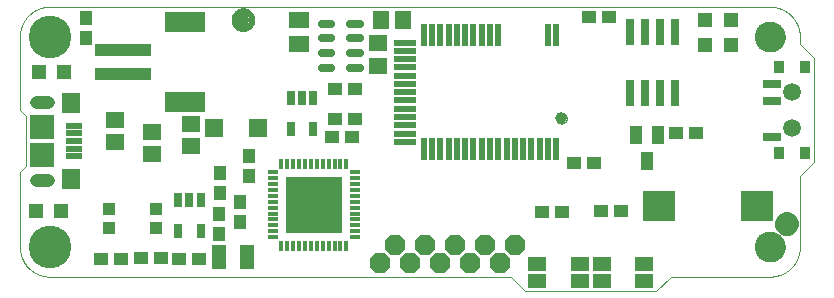
<source format=gts>
G75*
%MOIN*%
%OFA0B0*%
%FSLAX25Y25*%
%IPPOS*%
%LPD*%
%AMOC8*
5,1,8,0,0,1.08239X$1,22.5*
%
%ADD10C,0.00000*%
%ADD11C,0.10243*%
%ADD12R,0.06306X0.05282*%
%ADD13R,0.04337X0.04731*%
%ADD14R,0.05124X0.05124*%
%ADD15R,0.04731X0.04337*%
%ADD16C,0.04337*%
%ADD17C,0.01969*%
%ADD18R,0.04337X0.04337*%
%ADD19C,0.14243*%
%ADD20R,0.02565X0.05124*%
%ADD21R,0.05912X0.05912*%
%ADD22R,0.18510X0.04337*%
%ADD23R,0.13786X0.06699*%
%ADD24R,0.03353X0.01384*%
%ADD25R,0.01384X0.03353*%
%ADD26R,0.18904X0.18904*%
%ADD27R,0.04731X0.07880*%
%ADD28R,0.05282X0.06306*%
%ADD29R,0.02172X0.07683*%
%ADD30R,0.07683X0.02172*%
%ADD31C,0.03943*%
%ADD32C,0.02565*%
%ADD33R,0.06699X0.05518*%
%ADD34R,0.04337X0.05912*%
%ADD35R,0.11069X0.09888*%
%ADD36R,0.02762X0.09061*%
%ADD37R,0.05912X0.04534*%
%ADD38R,0.06306X0.03156*%
%ADD39R,0.03550X0.04337*%
%ADD40C,0.05943*%
%ADD41OC8,0.06700*%
%ADD42R,0.05715X0.01975*%
%ADD43R,0.05912X0.06699*%
%ADD44R,0.07880X0.07880*%
%ADD45C,0.04369*%
D10*
X0031728Y0107122D02*
X0185477Y0107122D01*
X0190201Y0102398D01*
X0233925Y0102398D01*
X0238649Y0107122D01*
X0271728Y0107122D01*
X0266807Y0117122D02*
X0266809Y0117262D01*
X0266815Y0117402D01*
X0266825Y0117541D01*
X0266839Y0117680D01*
X0266857Y0117819D01*
X0266878Y0117957D01*
X0266904Y0118095D01*
X0266934Y0118232D01*
X0266967Y0118367D01*
X0267005Y0118502D01*
X0267046Y0118636D01*
X0267091Y0118769D01*
X0267139Y0118900D01*
X0267192Y0119029D01*
X0267248Y0119158D01*
X0267307Y0119284D01*
X0267371Y0119409D01*
X0267437Y0119532D01*
X0267508Y0119653D01*
X0267581Y0119772D01*
X0267658Y0119889D01*
X0267739Y0120003D01*
X0267822Y0120115D01*
X0267909Y0120225D01*
X0267999Y0120333D01*
X0268091Y0120437D01*
X0268187Y0120539D01*
X0268286Y0120639D01*
X0268387Y0120735D01*
X0268491Y0120829D01*
X0268598Y0120919D01*
X0268707Y0121006D01*
X0268819Y0121091D01*
X0268933Y0121172D01*
X0269049Y0121250D01*
X0269167Y0121324D01*
X0269288Y0121395D01*
X0269410Y0121463D01*
X0269535Y0121527D01*
X0269661Y0121588D01*
X0269788Y0121645D01*
X0269918Y0121698D01*
X0270049Y0121748D01*
X0270181Y0121793D01*
X0270314Y0121836D01*
X0270449Y0121874D01*
X0270584Y0121908D01*
X0270721Y0121939D01*
X0270858Y0121966D01*
X0270996Y0121988D01*
X0271135Y0122007D01*
X0271274Y0122022D01*
X0271413Y0122033D01*
X0271553Y0122040D01*
X0271693Y0122043D01*
X0271833Y0122042D01*
X0271973Y0122037D01*
X0272112Y0122028D01*
X0272252Y0122015D01*
X0272391Y0121998D01*
X0272529Y0121977D01*
X0272667Y0121953D01*
X0272804Y0121924D01*
X0272940Y0121892D01*
X0273075Y0121855D01*
X0273209Y0121815D01*
X0273342Y0121771D01*
X0273473Y0121723D01*
X0273603Y0121672D01*
X0273732Y0121617D01*
X0273859Y0121558D01*
X0273984Y0121495D01*
X0274107Y0121430D01*
X0274229Y0121360D01*
X0274348Y0121287D01*
X0274466Y0121211D01*
X0274581Y0121132D01*
X0274694Y0121049D01*
X0274804Y0120963D01*
X0274912Y0120874D01*
X0275017Y0120782D01*
X0275120Y0120687D01*
X0275220Y0120589D01*
X0275317Y0120489D01*
X0275411Y0120385D01*
X0275503Y0120279D01*
X0275591Y0120171D01*
X0275676Y0120060D01*
X0275758Y0119946D01*
X0275837Y0119830D01*
X0275912Y0119713D01*
X0275984Y0119593D01*
X0276052Y0119471D01*
X0276117Y0119347D01*
X0276179Y0119221D01*
X0276237Y0119094D01*
X0276291Y0118965D01*
X0276342Y0118834D01*
X0276388Y0118702D01*
X0276431Y0118569D01*
X0276471Y0118435D01*
X0276506Y0118300D01*
X0276538Y0118163D01*
X0276565Y0118026D01*
X0276589Y0117888D01*
X0276609Y0117750D01*
X0276625Y0117611D01*
X0276637Y0117471D01*
X0276645Y0117332D01*
X0276649Y0117192D01*
X0276649Y0117052D01*
X0276645Y0116912D01*
X0276637Y0116773D01*
X0276625Y0116633D01*
X0276609Y0116494D01*
X0276589Y0116356D01*
X0276565Y0116218D01*
X0276538Y0116081D01*
X0276506Y0115944D01*
X0276471Y0115809D01*
X0276431Y0115675D01*
X0276388Y0115542D01*
X0276342Y0115410D01*
X0276291Y0115279D01*
X0276237Y0115150D01*
X0276179Y0115023D01*
X0276117Y0114897D01*
X0276052Y0114773D01*
X0275984Y0114651D01*
X0275912Y0114531D01*
X0275837Y0114414D01*
X0275758Y0114298D01*
X0275676Y0114184D01*
X0275591Y0114073D01*
X0275503Y0113965D01*
X0275411Y0113859D01*
X0275317Y0113755D01*
X0275220Y0113655D01*
X0275120Y0113557D01*
X0275017Y0113462D01*
X0274912Y0113370D01*
X0274804Y0113281D01*
X0274694Y0113195D01*
X0274581Y0113112D01*
X0274466Y0113033D01*
X0274348Y0112957D01*
X0274229Y0112884D01*
X0274107Y0112814D01*
X0273984Y0112749D01*
X0273859Y0112686D01*
X0273732Y0112627D01*
X0273603Y0112572D01*
X0273473Y0112521D01*
X0273342Y0112473D01*
X0273209Y0112429D01*
X0273075Y0112389D01*
X0272940Y0112352D01*
X0272804Y0112320D01*
X0272667Y0112291D01*
X0272529Y0112267D01*
X0272391Y0112246D01*
X0272252Y0112229D01*
X0272112Y0112216D01*
X0271973Y0112207D01*
X0271833Y0112202D01*
X0271693Y0112201D01*
X0271553Y0112204D01*
X0271413Y0112211D01*
X0271274Y0112222D01*
X0271135Y0112237D01*
X0270996Y0112256D01*
X0270858Y0112278D01*
X0270721Y0112305D01*
X0270584Y0112336D01*
X0270449Y0112370D01*
X0270314Y0112408D01*
X0270181Y0112451D01*
X0270049Y0112496D01*
X0269918Y0112546D01*
X0269788Y0112599D01*
X0269661Y0112656D01*
X0269535Y0112717D01*
X0269410Y0112781D01*
X0269288Y0112849D01*
X0269167Y0112920D01*
X0269049Y0112994D01*
X0268933Y0113072D01*
X0268819Y0113153D01*
X0268707Y0113238D01*
X0268598Y0113325D01*
X0268491Y0113415D01*
X0268387Y0113509D01*
X0268286Y0113605D01*
X0268187Y0113705D01*
X0268091Y0113807D01*
X0267999Y0113911D01*
X0267909Y0114019D01*
X0267822Y0114129D01*
X0267739Y0114241D01*
X0267658Y0114355D01*
X0267581Y0114472D01*
X0267508Y0114591D01*
X0267437Y0114712D01*
X0267371Y0114835D01*
X0267307Y0114960D01*
X0267248Y0115086D01*
X0267192Y0115215D01*
X0267139Y0115344D01*
X0267091Y0115475D01*
X0267046Y0115608D01*
X0267005Y0115742D01*
X0266967Y0115877D01*
X0266934Y0116012D01*
X0266904Y0116149D01*
X0266878Y0116287D01*
X0266857Y0116425D01*
X0266839Y0116564D01*
X0266825Y0116703D01*
X0266815Y0116842D01*
X0266809Y0116982D01*
X0266807Y0117122D01*
X0271728Y0107122D02*
X0271970Y0107125D01*
X0272211Y0107134D01*
X0272452Y0107148D01*
X0272693Y0107169D01*
X0272933Y0107195D01*
X0273173Y0107227D01*
X0273412Y0107265D01*
X0273649Y0107308D01*
X0273886Y0107358D01*
X0274121Y0107413D01*
X0274355Y0107473D01*
X0274587Y0107540D01*
X0274818Y0107611D01*
X0275047Y0107689D01*
X0275274Y0107772D01*
X0275499Y0107860D01*
X0275722Y0107954D01*
X0275942Y0108053D01*
X0276160Y0108158D01*
X0276375Y0108267D01*
X0276588Y0108382D01*
X0276798Y0108502D01*
X0277004Y0108627D01*
X0277208Y0108757D01*
X0277409Y0108892D01*
X0277606Y0109032D01*
X0277800Y0109176D01*
X0277990Y0109325D01*
X0278176Y0109479D01*
X0278359Y0109637D01*
X0278538Y0109799D01*
X0278713Y0109966D01*
X0278884Y0110137D01*
X0279051Y0110312D01*
X0279213Y0110491D01*
X0279371Y0110674D01*
X0279525Y0110860D01*
X0279674Y0111050D01*
X0279818Y0111244D01*
X0279958Y0111441D01*
X0280093Y0111642D01*
X0280223Y0111846D01*
X0280348Y0112052D01*
X0280468Y0112262D01*
X0280583Y0112475D01*
X0280692Y0112690D01*
X0280797Y0112908D01*
X0280896Y0113128D01*
X0280990Y0113351D01*
X0281078Y0113576D01*
X0281161Y0113803D01*
X0281239Y0114032D01*
X0281310Y0114263D01*
X0281377Y0114495D01*
X0281437Y0114729D01*
X0281492Y0114964D01*
X0281542Y0115201D01*
X0281585Y0115438D01*
X0281623Y0115677D01*
X0281655Y0115917D01*
X0281681Y0116157D01*
X0281702Y0116398D01*
X0281716Y0116639D01*
X0281725Y0116880D01*
X0281728Y0117122D01*
X0281728Y0140587D01*
X0286453Y0145311D01*
X0286453Y0179957D01*
X0281728Y0184681D01*
X0281728Y0187122D01*
X0266807Y0187122D02*
X0266809Y0187262D01*
X0266815Y0187402D01*
X0266825Y0187541D01*
X0266839Y0187680D01*
X0266857Y0187819D01*
X0266878Y0187957D01*
X0266904Y0188095D01*
X0266934Y0188232D01*
X0266967Y0188367D01*
X0267005Y0188502D01*
X0267046Y0188636D01*
X0267091Y0188769D01*
X0267139Y0188900D01*
X0267192Y0189029D01*
X0267248Y0189158D01*
X0267307Y0189284D01*
X0267371Y0189409D01*
X0267437Y0189532D01*
X0267508Y0189653D01*
X0267581Y0189772D01*
X0267658Y0189889D01*
X0267739Y0190003D01*
X0267822Y0190115D01*
X0267909Y0190225D01*
X0267999Y0190333D01*
X0268091Y0190437D01*
X0268187Y0190539D01*
X0268286Y0190639D01*
X0268387Y0190735D01*
X0268491Y0190829D01*
X0268598Y0190919D01*
X0268707Y0191006D01*
X0268819Y0191091D01*
X0268933Y0191172D01*
X0269049Y0191250D01*
X0269167Y0191324D01*
X0269288Y0191395D01*
X0269410Y0191463D01*
X0269535Y0191527D01*
X0269661Y0191588D01*
X0269788Y0191645D01*
X0269918Y0191698D01*
X0270049Y0191748D01*
X0270181Y0191793D01*
X0270314Y0191836D01*
X0270449Y0191874D01*
X0270584Y0191908D01*
X0270721Y0191939D01*
X0270858Y0191966D01*
X0270996Y0191988D01*
X0271135Y0192007D01*
X0271274Y0192022D01*
X0271413Y0192033D01*
X0271553Y0192040D01*
X0271693Y0192043D01*
X0271833Y0192042D01*
X0271973Y0192037D01*
X0272112Y0192028D01*
X0272252Y0192015D01*
X0272391Y0191998D01*
X0272529Y0191977D01*
X0272667Y0191953D01*
X0272804Y0191924D01*
X0272940Y0191892D01*
X0273075Y0191855D01*
X0273209Y0191815D01*
X0273342Y0191771D01*
X0273473Y0191723D01*
X0273603Y0191672D01*
X0273732Y0191617D01*
X0273859Y0191558D01*
X0273984Y0191495D01*
X0274107Y0191430D01*
X0274229Y0191360D01*
X0274348Y0191287D01*
X0274466Y0191211D01*
X0274581Y0191132D01*
X0274694Y0191049D01*
X0274804Y0190963D01*
X0274912Y0190874D01*
X0275017Y0190782D01*
X0275120Y0190687D01*
X0275220Y0190589D01*
X0275317Y0190489D01*
X0275411Y0190385D01*
X0275503Y0190279D01*
X0275591Y0190171D01*
X0275676Y0190060D01*
X0275758Y0189946D01*
X0275837Y0189830D01*
X0275912Y0189713D01*
X0275984Y0189593D01*
X0276052Y0189471D01*
X0276117Y0189347D01*
X0276179Y0189221D01*
X0276237Y0189094D01*
X0276291Y0188965D01*
X0276342Y0188834D01*
X0276388Y0188702D01*
X0276431Y0188569D01*
X0276471Y0188435D01*
X0276506Y0188300D01*
X0276538Y0188163D01*
X0276565Y0188026D01*
X0276589Y0187888D01*
X0276609Y0187750D01*
X0276625Y0187611D01*
X0276637Y0187471D01*
X0276645Y0187332D01*
X0276649Y0187192D01*
X0276649Y0187052D01*
X0276645Y0186912D01*
X0276637Y0186773D01*
X0276625Y0186633D01*
X0276609Y0186494D01*
X0276589Y0186356D01*
X0276565Y0186218D01*
X0276538Y0186081D01*
X0276506Y0185944D01*
X0276471Y0185809D01*
X0276431Y0185675D01*
X0276388Y0185542D01*
X0276342Y0185410D01*
X0276291Y0185279D01*
X0276237Y0185150D01*
X0276179Y0185023D01*
X0276117Y0184897D01*
X0276052Y0184773D01*
X0275984Y0184651D01*
X0275912Y0184531D01*
X0275837Y0184414D01*
X0275758Y0184298D01*
X0275676Y0184184D01*
X0275591Y0184073D01*
X0275503Y0183965D01*
X0275411Y0183859D01*
X0275317Y0183755D01*
X0275220Y0183655D01*
X0275120Y0183557D01*
X0275017Y0183462D01*
X0274912Y0183370D01*
X0274804Y0183281D01*
X0274694Y0183195D01*
X0274581Y0183112D01*
X0274466Y0183033D01*
X0274348Y0182957D01*
X0274229Y0182884D01*
X0274107Y0182814D01*
X0273984Y0182749D01*
X0273859Y0182686D01*
X0273732Y0182627D01*
X0273603Y0182572D01*
X0273473Y0182521D01*
X0273342Y0182473D01*
X0273209Y0182429D01*
X0273075Y0182389D01*
X0272940Y0182352D01*
X0272804Y0182320D01*
X0272667Y0182291D01*
X0272529Y0182267D01*
X0272391Y0182246D01*
X0272252Y0182229D01*
X0272112Y0182216D01*
X0271973Y0182207D01*
X0271833Y0182202D01*
X0271693Y0182201D01*
X0271553Y0182204D01*
X0271413Y0182211D01*
X0271274Y0182222D01*
X0271135Y0182237D01*
X0270996Y0182256D01*
X0270858Y0182278D01*
X0270721Y0182305D01*
X0270584Y0182336D01*
X0270449Y0182370D01*
X0270314Y0182408D01*
X0270181Y0182451D01*
X0270049Y0182496D01*
X0269918Y0182546D01*
X0269788Y0182599D01*
X0269661Y0182656D01*
X0269535Y0182717D01*
X0269410Y0182781D01*
X0269288Y0182849D01*
X0269167Y0182920D01*
X0269049Y0182994D01*
X0268933Y0183072D01*
X0268819Y0183153D01*
X0268707Y0183238D01*
X0268598Y0183325D01*
X0268491Y0183415D01*
X0268387Y0183509D01*
X0268286Y0183605D01*
X0268187Y0183705D01*
X0268091Y0183807D01*
X0267999Y0183911D01*
X0267909Y0184019D01*
X0267822Y0184129D01*
X0267739Y0184241D01*
X0267658Y0184355D01*
X0267581Y0184472D01*
X0267508Y0184591D01*
X0267437Y0184712D01*
X0267371Y0184835D01*
X0267307Y0184960D01*
X0267248Y0185086D01*
X0267192Y0185215D01*
X0267139Y0185344D01*
X0267091Y0185475D01*
X0267046Y0185608D01*
X0267005Y0185742D01*
X0266967Y0185877D01*
X0266934Y0186012D01*
X0266904Y0186149D01*
X0266878Y0186287D01*
X0266857Y0186425D01*
X0266839Y0186564D01*
X0266825Y0186703D01*
X0266815Y0186842D01*
X0266809Y0186982D01*
X0266807Y0187122D01*
X0271728Y0197122D02*
X0271970Y0197119D01*
X0272211Y0197110D01*
X0272452Y0197096D01*
X0272693Y0197075D01*
X0272933Y0197049D01*
X0273173Y0197017D01*
X0273412Y0196979D01*
X0273649Y0196936D01*
X0273886Y0196886D01*
X0274121Y0196831D01*
X0274355Y0196771D01*
X0274587Y0196704D01*
X0274818Y0196633D01*
X0275047Y0196555D01*
X0275274Y0196472D01*
X0275499Y0196384D01*
X0275722Y0196290D01*
X0275942Y0196191D01*
X0276160Y0196086D01*
X0276375Y0195977D01*
X0276588Y0195862D01*
X0276798Y0195742D01*
X0277004Y0195617D01*
X0277208Y0195487D01*
X0277409Y0195352D01*
X0277606Y0195212D01*
X0277800Y0195068D01*
X0277990Y0194919D01*
X0278176Y0194765D01*
X0278359Y0194607D01*
X0278538Y0194445D01*
X0278713Y0194278D01*
X0278884Y0194107D01*
X0279051Y0193932D01*
X0279213Y0193753D01*
X0279371Y0193570D01*
X0279525Y0193384D01*
X0279674Y0193194D01*
X0279818Y0193000D01*
X0279958Y0192803D01*
X0280093Y0192602D01*
X0280223Y0192398D01*
X0280348Y0192192D01*
X0280468Y0191982D01*
X0280583Y0191769D01*
X0280692Y0191554D01*
X0280797Y0191336D01*
X0280896Y0191116D01*
X0280990Y0190893D01*
X0281078Y0190668D01*
X0281161Y0190441D01*
X0281239Y0190212D01*
X0281310Y0189981D01*
X0281377Y0189749D01*
X0281437Y0189515D01*
X0281492Y0189280D01*
X0281542Y0189043D01*
X0281585Y0188806D01*
X0281623Y0188567D01*
X0281655Y0188327D01*
X0281681Y0188087D01*
X0281702Y0187846D01*
X0281716Y0187605D01*
X0281725Y0187364D01*
X0281728Y0187122D01*
X0271728Y0197122D02*
X0031728Y0197122D01*
X0031486Y0197119D01*
X0031245Y0197110D01*
X0031004Y0197096D01*
X0030763Y0197075D01*
X0030523Y0197049D01*
X0030283Y0197017D01*
X0030044Y0196979D01*
X0029807Y0196936D01*
X0029570Y0196886D01*
X0029335Y0196831D01*
X0029101Y0196771D01*
X0028869Y0196704D01*
X0028638Y0196633D01*
X0028409Y0196555D01*
X0028182Y0196472D01*
X0027957Y0196384D01*
X0027734Y0196290D01*
X0027514Y0196191D01*
X0027296Y0196086D01*
X0027081Y0195977D01*
X0026868Y0195862D01*
X0026658Y0195742D01*
X0026452Y0195617D01*
X0026248Y0195487D01*
X0026047Y0195352D01*
X0025850Y0195212D01*
X0025656Y0195068D01*
X0025466Y0194919D01*
X0025280Y0194765D01*
X0025097Y0194607D01*
X0024918Y0194445D01*
X0024743Y0194278D01*
X0024572Y0194107D01*
X0024405Y0193932D01*
X0024243Y0193753D01*
X0024085Y0193570D01*
X0023931Y0193384D01*
X0023782Y0193194D01*
X0023638Y0193000D01*
X0023498Y0192803D01*
X0023363Y0192602D01*
X0023233Y0192398D01*
X0023108Y0192192D01*
X0022988Y0191982D01*
X0022873Y0191769D01*
X0022764Y0191554D01*
X0022659Y0191336D01*
X0022560Y0191116D01*
X0022466Y0190893D01*
X0022378Y0190668D01*
X0022295Y0190441D01*
X0022217Y0190212D01*
X0022146Y0189981D01*
X0022079Y0189749D01*
X0022019Y0189515D01*
X0021964Y0189280D01*
X0021914Y0189043D01*
X0021871Y0188806D01*
X0021833Y0188567D01*
X0021801Y0188327D01*
X0021775Y0188087D01*
X0021754Y0187846D01*
X0021740Y0187605D01*
X0021731Y0187364D01*
X0021728Y0187122D01*
X0021728Y0162622D01*
X0023728Y0160622D01*
X0023728Y0144122D01*
X0021728Y0142122D01*
X0021728Y0117122D01*
X0021731Y0116880D01*
X0021740Y0116639D01*
X0021754Y0116398D01*
X0021775Y0116157D01*
X0021801Y0115917D01*
X0021833Y0115677D01*
X0021871Y0115438D01*
X0021914Y0115201D01*
X0021964Y0114964D01*
X0022019Y0114729D01*
X0022079Y0114495D01*
X0022146Y0114263D01*
X0022217Y0114032D01*
X0022295Y0113803D01*
X0022378Y0113576D01*
X0022466Y0113351D01*
X0022560Y0113128D01*
X0022659Y0112908D01*
X0022764Y0112690D01*
X0022873Y0112475D01*
X0022988Y0112262D01*
X0023108Y0112052D01*
X0023233Y0111846D01*
X0023363Y0111642D01*
X0023498Y0111441D01*
X0023638Y0111244D01*
X0023782Y0111050D01*
X0023931Y0110860D01*
X0024085Y0110674D01*
X0024243Y0110491D01*
X0024405Y0110312D01*
X0024572Y0110137D01*
X0024743Y0109966D01*
X0024918Y0109799D01*
X0025097Y0109637D01*
X0025280Y0109479D01*
X0025466Y0109325D01*
X0025656Y0109176D01*
X0025850Y0109032D01*
X0026047Y0108892D01*
X0026248Y0108757D01*
X0026452Y0108627D01*
X0026658Y0108502D01*
X0026868Y0108382D01*
X0027081Y0108267D01*
X0027296Y0108158D01*
X0027514Y0108053D01*
X0027734Y0107954D01*
X0027957Y0107860D01*
X0028182Y0107772D01*
X0028409Y0107689D01*
X0028638Y0107611D01*
X0028869Y0107540D01*
X0029101Y0107473D01*
X0029335Y0107413D01*
X0029570Y0107358D01*
X0029807Y0107308D01*
X0030044Y0107265D01*
X0030283Y0107227D01*
X0030523Y0107195D01*
X0030763Y0107169D01*
X0031004Y0107148D01*
X0031245Y0107134D01*
X0031486Y0107125D01*
X0031728Y0107122D01*
X0030606Y0138396D02*
X0027850Y0138396D01*
X0027788Y0138398D01*
X0027727Y0138404D01*
X0027666Y0138413D01*
X0027605Y0138427D01*
X0027546Y0138444D01*
X0027488Y0138465D01*
X0027431Y0138490D01*
X0027376Y0138518D01*
X0027323Y0138549D01*
X0027272Y0138584D01*
X0027223Y0138622D01*
X0027176Y0138663D01*
X0027133Y0138706D01*
X0027092Y0138753D01*
X0027054Y0138802D01*
X0027019Y0138853D01*
X0026988Y0138906D01*
X0026960Y0138961D01*
X0026935Y0139018D01*
X0026914Y0139076D01*
X0026897Y0139135D01*
X0026883Y0139196D01*
X0026874Y0139257D01*
X0026868Y0139318D01*
X0026866Y0139380D01*
X0026868Y0139442D01*
X0026874Y0139503D01*
X0026883Y0139564D01*
X0026897Y0139625D01*
X0026914Y0139684D01*
X0026935Y0139742D01*
X0026960Y0139799D01*
X0026988Y0139854D01*
X0027019Y0139907D01*
X0027054Y0139958D01*
X0027092Y0140007D01*
X0027133Y0140054D01*
X0027176Y0140097D01*
X0027223Y0140138D01*
X0027272Y0140176D01*
X0027323Y0140211D01*
X0027376Y0140242D01*
X0027431Y0140270D01*
X0027488Y0140295D01*
X0027546Y0140316D01*
X0027605Y0140333D01*
X0027666Y0140347D01*
X0027727Y0140356D01*
X0027788Y0140362D01*
X0027850Y0140364D01*
X0030606Y0140364D01*
X0030668Y0140362D01*
X0030729Y0140356D01*
X0030790Y0140347D01*
X0030851Y0140333D01*
X0030910Y0140316D01*
X0030968Y0140295D01*
X0031025Y0140270D01*
X0031080Y0140242D01*
X0031133Y0140211D01*
X0031184Y0140176D01*
X0031233Y0140138D01*
X0031280Y0140097D01*
X0031323Y0140054D01*
X0031364Y0140007D01*
X0031402Y0139958D01*
X0031437Y0139907D01*
X0031468Y0139854D01*
X0031496Y0139799D01*
X0031521Y0139742D01*
X0031542Y0139684D01*
X0031559Y0139625D01*
X0031573Y0139564D01*
X0031582Y0139503D01*
X0031588Y0139442D01*
X0031590Y0139380D01*
X0031588Y0139318D01*
X0031582Y0139257D01*
X0031573Y0139196D01*
X0031559Y0139135D01*
X0031542Y0139076D01*
X0031521Y0139018D01*
X0031496Y0138961D01*
X0031468Y0138906D01*
X0031437Y0138853D01*
X0031402Y0138802D01*
X0031364Y0138753D01*
X0031323Y0138706D01*
X0031280Y0138663D01*
X0031233Y0138622D01*
X0031184Y0138584D01*
X0031133Y0138549D01*
X0031080Y0138518D01*
X0031025Y0138490D01*
X0030968Y0138465D01*
X0030910Y0138444D01*
X0030851Y0138427D01*
X0030790Y0138413D01*
X0030729Y0138404D01*
X0030668Y0138398D01*
X0030606Y0138396D01*
X0030606Y0164380D02*
X0027850Y0164380D01*
X0027788Y0164382D01*
X0027727Y0164388D01*
X0027666Y0164397D01*
X0027605Y0164411D01*
X0027546Y0164428D01*
X0027488Y0164449D01*
X0027431Y0164474D01*
X0027376Y0164502D01*
X0027323Y0164533D01*
X0027272Y0164568D01*
X0027223Y0164606D01*
X0027176Y0164647D01*
X0027133Y0164690D01*
X0027092Y0164737D01*
X0027054Y0164786D01*
X0027019Y0164837D01*
X0026988Y0164890D01*
X0026960Y0164945D01*
X0026935Y0165002D01*
X0026914Y0165060D01*
X0026897Y0165119D01*
X0026883Y0165180D01*
X0026874Y0165241D01*
X0026868Y0165302D01*
X0026866Y0165364D01*
X0026868Y0165426D01*
X0026874Y0165487D01*
X0026883Y0165548D01*
X0026897Y0165609D01*
X0026914Y0165668D01*
X0026935Y0165726D01*
X0026960Y0165783D01*
X0026988Y0165838D01*
X0027019Y0165891D01*
X0027054Y0165942D01*
X0027092Y0165991D01*
X0027133Y0166038D01*
X0027176Y0166081D01*
X0027223Y0166122D01*
X0027272Y0166160D01*
X0027323Y0166195D01*
X0027376Y0166226D01*
X0027431Y0166254D01*
X0027488Y0166279D01*
X0027546Y0166300D01*
X0027605Y0166317D01*
X0027666Y0166331D01*
X0027727Y0166340D01*
X0027788Y0166346D01*
X0027850Y0166348D01*
X0030606Y0166348D01*
X0030668Y0166346D01*
X0030729Y0166340D01*
X0030790Y0166331D01*
X0030851Y0166317D01*
X0030910Y0166300D01*
X0030968Y0166279D01*
X0031025Y0166254D01*
X0031080Y0166226D01*
X0031133Y0166195D01*
X0031184Y0166160D01*
X0031233Y0166122D01*
X0031280Y0166081D01*
X0031323Y0166038D01*
X0031364Y0165991D01*
X0031402Y0165942D01*
X0031437Y0165891D01*
X0031468Y0165838D01*
X0031496Y0165783D01*
X0031521Y0165726D01*
X0031542Y0165668D01*
X0031559Y0165609D01*
X0031573Y0165548D01*
X0031582Y0165487D01*
X0031588Y0165426D01*
X0031590Y0165364D01*
X0031588Y0165302D01*
X0031582Y0165241D01*
X0031573Y0165180D01*
X0031559Y0165119D01*
X0031542Y0165060D01*
X0031521Y0165002D01*
X0031496Y0164945D01*
X0031468Y0164890D01*
X0031437Y0164837D01*
X0031402Y0164786D01*
X0031364Y0164737D01*
X0031323Y0164690D01*
X0031280Y0164647D01*
X0031233Y0164606D01*
X0031184Y0164568D01*
X0031133Y0164533D01*
X0031080Y0164502D01*
X0031025Y0164474D01*
X0030968Y0164449D01*
X0030910Y0164428D01*
X0030851Y0164411D01*
X0030790Y0164397D01*
X0030729Y0164388D01*
X0030668Y0164382D01*
X0030606Y0164380D01*
X0200476Y0159961D02*
X0200478Y0160045D01*
X0200484Y0160128D01*
X0200494Y0160211D01*
X0200508Y0160294D01*
X0200525Y0160376D01*
X0200547Y0160457D01*
X0200572Y0160536D01*
X0200601Y0160615D01*
X0200634Y0160692D01*
X0200670Y0160767D01*
X0200710Y0160841D01*
X0200753Y0160913D01*
X0200800Y0160982D01*
X0200850Y0161049D01*
X0200903Y0161114D01*
X0200959Y0161176D01*
X0201017Y0161236D01*
X0201079Y0161293D01*
X0201143Y0161346D01*
X0201210Y0161397D01*
X0201279Y0161444D01*
X0201350Y0161489D01*
X0201423Y0161529D01*
X0201498Y0161566D01*
X0201575Y0161600D01*
X0201653Y0161630D01*
X0201732Y0161656D01*
X0201813Y0161679D01*
X0201895Y0161697D01*
X0201977Y0161712D01*
X0202060Y0161723D01*
X0202143Y0161730D01*
X0202227Y0161733D01*
X0202311Y0161732D01*
X0202394Y0161727D01*
X0202478Y0161718D01*
X0202560Y0161705D01*
X0202642Y0161689D01*
X0202723Y0161668D01*
X0202804Y0161644D01*
X0202882Y0161616D01*
X0202960Y0161584D01*
X0203036Y0161548D01*
X0203110Y0161509D01*
X0203182Y0161467D01*
X0203252Y0161421D01*
X0203320Y0161372D01*
X0203385Y0161320D01*
X0203448Y0161265D01*
X0203508Y0161207D01*
X0203566Y0161146D01*
X0203620Y0161082D01*
X0203672Y0161016D01*
X0203720Y0160948D01*
X0203765Y0160877D01*
X0203806Y0160804D01*
X0203845Y0160730D01*
X0203879Y0160654D01*
X0203910Y0160576D01*
X0203937Y0160497D01*
X0203961Y0160416D01*
X0203980Y0160335D01*
X0203996Y0160253D01*
X0204008Y0160170D01*
X0204016Y0160086D01*
X0204020Y0160003D01*
X0204020Y0159919D01*
X0204016Y0159836D01*
X0204008Y0159752D01*
X0203996Y0159669D01*
X0203980Y0159587D01*
X0203961Y0159506D01*
X0203937Y0159425D01*
X0203910Y0159346D01*
X0203879Y0159268D01*
X0203845Y0159192D01*
X0203806Y0159118D01*
X0203765Y0159045D01*
X0203720Y0158974D01*
X0203672Y0158906D01*
X0203620Y0158840D01*
X0203566Y0158776D01*
X0203508Y0158715D01*
X0203448Y0158657D01*
X0203385Y0158602D01*
X0203320Y0158550D01*
X0203252Y0158501D01*
X0203182Y0158455D01*
X0203110Y0158413D01*
X0203036Y0158374D01*
X0202960Y0158338D01*
X0202882Y0158306D01*
X0202804Y0158278D01*
X0202723Y0158254D01*
X0202642Y0158233D01*
X0202560Y0158217D01*
X0202478Y0158204D01*
X0202394Y0158195D01*
X0202311Y0158190D01*
X0202227Y0158189D01*
X0202143Y0158192D01*
X0202060Y0158199D01*
X0201977Y0158210D01*
X0201895Y0158225D01*
X0201813Y0158243D01*
X0201732Y0158266D01*
X0201653Y0158292D01*
X0201575Y0158322D01*
X0201498Y0158356D01*
X0201423Y0158393D01*
X0201350Y0158433D01*
X0201279Y0158478D01*
X0201210Y0158525D01*
X0201143Y0158576D01*
X0201079Y0158629D01*
X0201017Y0158686D01*
X0200959Y0158746D01*
X0200903Y0158808D01*
X0200850Y0158873D01*
X0200800Y0158940D01*
X0200753Y0159009D01*
X0200710Y0159081D01*
X0200670Y0159155D01*
X0200634Y0159230D01*
X0200601Y0159307D01*
X0200572Y0159386D01*
X0200547Y0159465D01*
X0200525Y0159546D01*
X0200508Y0159628D01*
X0200494Y0159711D01*
X0200484Y0159794D01*
X0200478Y0159877D01*
X0200476Y0159961D01*
D11*
X0271728Y0187122D03*
X0271728Y0117122D03*
D12*
X0141228Y0177382D03*
X0141228Y0184862D03*
X0078787Y0158126D03*
X0078787Y0150646D03*
X0065728Y0147882D03*
X0065728Y0155362D03*
X0053571Y0151902D03*
X0053571Y0159382D03*
D13*
X0088295Y0141669D03*
X0098228Y0140776D03*
X0098228Y0147469D03*
X0088295Y0134976D03*
X0095228Y0131969D03*
X0088228Y0127969D03*
X0095228Y0125276D03*
X0088228Y0121276D03*
X0043728Y0186776D03*
X0043728Y0193469D03*
D14*
X0036276Y0175465D03*
X0028008Y0175465D03*
X0027094Y0129122D03*
X0035362Y0129122D03*
X0250228Y0184488D03*
X0258728Y0184488D03*
X0258728Y0192756D03*
X0250228Y0192756D03*
D15*
X0218075Y0193622D03*
X0211382Y0193622D03*
X0240382Y0155122D03*
X0247075Y0155122D03*
X0213075Y0145122D03*
X0206382Y0145122D03*
X0202575Y0128622D03*
X0195882Y0128622D03*
X0215382Y0129122D03*
X0222075Y0129122D03*
X0133575Y0159622D03*
X0126882Y0159622D03*
X0125882Y0153622D03*
X0132575Y0153622D03*
X0133575Y0169622D03*
X0126882Y0169622D03*
X0081575Y0113122D03*
X0074882Y0113122D03*
X0068775Y0113227D03*
X0062082Y0113227D03*
X0055575Y0113122D03*
X0048882Y0113122D03*
D16*
X0096228Y0192622D03*
X0277414Y0124650D03*
D17*
X0277414Y0127603D02*
X0277306Y0127601D01*
X0277198Y0127595D01*
X0277091Y0127585D01*
X0276984Y0127572D01*
X0276878Y0127554D01*
X0276772Y0127532D01*
X0276667Y0127507D01*
X0276563Y0127478D01*
X0276461Y0127445D01*
X0276359Y0127408D01*
X0276259Y0127368D01*
X0276161Y0127324D01*
X0276064Y0127276D01*
X0275969Y0127225D01*
X0275876Y0127171D01*
X0275785Y0127113D01*
X0275696Y0127052D01*
X0275609Y0126987D01*
X0275525Y0126920D01*
X0275443Y0126849D01*
X0275364Y0126776D01*
X0275288Y0126700D01*
X0275215Y0126621D01*
X0275144Y0126539D01*
X0275077Y0126455D01*
X0275012Y0126368D01*
X0274951Y0126279D01*
X0274893Y0126188D01*
X0274839Y0126095D01*
X0274788Y0126000D01*
X0274740Y0125903D01*
X0274696Y0125805D01*
X0274656Y0125705D01*
X0274619Y0125603D01*
X0274586Y0125501D01*
X0274557Y0125397D01*
X0274532Y0125292D01*
X0274510Y0125186D01*
X0274492Y0125080D01*
X0274479Y0124973D01*
X0274469Y0124866D01*
X0274463Y0124758D01*
X0274461Y0124650D01*
X0274463Y0124542D01*
X0274469Y0124434D01*
X0274479Y0124327D01*
X0274492Y0124220D01*
X0274510Y0124114D01*
X0274532Y0124008D01*
X0274557Y0123903D01*
X0274586Y0123799D01*
X0274619Y0123697D01*
X0274656Y0123595D01*
X0274696Y0123495D01*
X0274740Y0123397D01*
X0274788Y0123300D01*
X0274839Y0123205D01*
X0274893Y0123112D01*
X0274951Y0123021D01*
X0275012Y0122932D01*
X0275077Y0122845D01*
X0275144Y0122761D01*
X0275215Y0122679D01*
X0275288Y0122600D01*
X0275364Y0122524D01*
X0275443Y0122451D01*
X0275525Y0122380D01*
X0275609Y0122313D01*
X0275696Y0122248D01*
X0275785Y0122187D01*
X0275876Y0122129D01*
X0275969Y0122075D01*
X0276064Y0122024D01*
X0276161Y0121976D01*
X0276259Y0121932D01*
X0276359Y0121892D01*
X0276461Y0121855D01*
X0276563Y0121822D01*
X0276667Y0121793D01*
X0276772Y0121768D01*
X0276878Y0121746D01*
X0276984Y0121728D01*
X0277091Y0121715D01*
X0277198Y0121705D01*
X0277306Y0121699D01*
X0277414Y0121697D01*
X0277522Y0121699D01*
X0277630Y0121705D01*
X0277737Y0121715D01*
X0277844Y0121728D01*
X0277950Y0121746D01*
X0278056Y0121768D01*
X0278161Y0121793D01*
X0278265Y0121822D01*
X0278367Y0121855D01*
X0278469Y0121892D01*
X0278569Y0121932D01*
X0278667Y0121976D01*
X0278764Y0122024D01*
X0278859Y0122075D01*
X0278952Y0122129D01*
X0279043Y0122187D01*
X0279132Y0122248D01*
X0279219Y0122313D01*
X0279303Y0122380D01*
X0279385Y0122451D01*
X0279464Y0122524D01*
X0279540Y0122600D01*
X0279613Y0122679D01*
X0279684Y0122761D01*
X0279751Y0122845D01*
X0279816Y0122932D01*
X0279877Y0123021D01*
X0279935Y0123112D01*
X0279989Y0123205D01*
X0280040Y0123300D01*
X0280088Y0123397D01*
X0280132Y0123495D01*
X0280172Y0123595D01*
X0280209Y0123697D01*
X0280242Y0123799D01*
X0280271Y0123903D01*
X0280296Y0124008D01*
X0280318Y0124114D01*
X0280336Y0124220D01*
X0280349Y0124327D01*
X0280359Y0124434D01*
X0280365Y0124542D01*
X0280367Y0124650D01*
X0280365Y0124758D01*
X0280359Y0124866D01*
X0280349Y0124973D01*
X0280336Y0125080D01*
X0280318Y0125186D01*
X0280296Y0125292D01*
X0280271Y0125397D01*
X0280242Y0125501D01*
X0280209Y0125603D01*
X0280172Y0125705D01*
X0280132Y0125805D01*
X0280088Y0125903D01*
X0280040Y0126000D01*
X0279989Y0126095D01*
X0279935Y0126188D01*
X0279877Y0126279D01*
X0279816Y0126368D01*
X0279751Y0126455D01*
X0279684Y0126539D01*
X0279613Y0126621D01*
X0279540Y0126700D01*
X0279464Y0126776D01*
X0279385Y0126849D01*
X0279303Y0126920D01*
X0279219Y0126987D01*
X0279132Y0127052D01*
X0279043Y0127113D01*
X0278952Y0127171D01*
X0278859Y0127225D01*
X0278764Y0127276D01*
X0278667Y0127324D01*
X0278569Y0127368D01*
X0278469Y0127408D01*
X0278367Y0127445D01*
X0278265Y0127478D01*
X0278161Y0127507D01*
X0278056Y0127532D01*
X0277950Y0127554D01*
X0277844Y0127572D01*
X0277737Y0127585D01*
X0277630Y0127595D01*
X0277522Y0127601D01*
X0277414Y0127603D01*
X0096228Y0195575D02*
X0096120Y0195573D01*
X0096012Y0195567D01*
X0095905Y0195557D01*
X0095798Y0195544D01*
X0095692Y0195526D01*
X0095586Y0195504D01*
X0095481Y0195479D01*
X0095377Y0195450D01*
X0095275Y0195417D01*
X0095173Y0195380D01*
X0095073Y0195340D01*
X0094975Y0195296D01*
X0094878Y0195248D01*
X0094783Y0195197D01*
X0094690Y0195143D01*
X0094599Y0195085D01*
X0094510Y0195024D01*
X0094423Y0194959D01*
X0094339Y0194892D01*
X0094257Y0194821D01*
X0094178Y0194748D01*
X0094102Y0194672D01*
X0094029Y0194593D01*
X0093958Y0194511D01*
X0093891Y0194427D01*
X0093826Y0194340D01*
X0093765Y0194251D01*
X0093707Y0194160D01*
X0093653Y0194067D01*
X0093602Y0193972D01*
X0093554Y0193875D01*
X0093510Y0193777D01*
X0093470Y0193677D01*
X0093433Y0193575D01*
X0093400Y0193473D01*
X0093371Y0193369D01*
X0093346Y0193264D01*
X0093324Y0193158D01*
X0093306Y0193052D01*
X0093293Y0192945D01*
X0093283Y0192838D01*
X0093277Y0192730D01*
X0093275Y0192622D01*
X0093277Y0192514D01*
X0093283Y0192406D01*
X0093293Y0192299D01*
X0093306Y0192192D01*
X0093324Y0192086D01*
X0093346Y0191980D01*
X0093371Y0191875D01*
X0093400Y0191771D01*
X0093433Y0191669D01*
X0093470Y0191567D01*
X0093510Y0191467D01*
X0093554Y0191369D01*
X0093602Y0191272D01*
X0093653Y0191177D01*
X0093707Y0191084D01*
X0093765Y0190993D01*
X0093826Y0190904D01*
X0093891Y0190817D01*
X0093958Y0190733D01*
X0094029Y0190651D01*
X0094102Y0190572D01*
X0094178Y0190496D01*
X0094257Y0190423D01*
X0094339Y0190352D01*
X0094423Y0190285D01*
X0094510Y0190220D01*
X0094599Y0190159D01*
X0094690Y0190101D01*
X0094783Y0190047D01*
X0094878Y0189996D01*
X0094975Y0189948D01*
X0095073Y0189904D01*
X0095173Y0189864D01*
X0095275Y0189827D01*
X0095377Y0189794D01*
X0095481Y0189765D01*
X0095586Y0189740D01*
X0095692Y0189718D01*
X0095798Y0189700D01*
X0095905Y0189687D01*
X0096012Y0189677D01*
X0096120Y0189671D01*
X0096228Y0189669D01*
X0096336Y0189671D01*
X0096444Y0189677D01*
X0096551Y0189687D01*
X0096658Y0189700D01*
X0096764Y0189718D01*
X0096870Y0189740D01*
X0096975Y0189765D01*
X0097079Y0189794D01*
X0097181Y0189827D01*
X0097283Y0189864D01*
X0097383Y0189904D01*
X0097481Y0189948D01*
X0097578Y0189996D01*
X0097673Y0190047D01*
X0097766Y0190101D01*
X0097857Y0190159D01*
X0097946Y0190220D01*
X0098033Y0190285D01*
X0098117Y0190352D01*
X0098199Y0190423D01*
X0098278Y0190496D01*
X0098354Y0190572D01*
X0098427Y0190651D01*
X0098498Y0190733D01*
X0098565Y0190817D01*
X0098630Y0190904D01*
X0098691Y0190993D01*
X0098749Y0191084D01*
X0098803Y0191177D01*
X0098854Y0191272D01*
X0098902Y0191369D01*
X0098946Y0191467D01*
X0098986Y0191567D01*
X0099023Y0191669D01*
X0099056Y0191771D01*
X0099085Y0191875D01*
X0099110Y0191980D01*
X0099132Y0192086D01*
X0099150Y0192192D01*
X0099163Y0192299D01*
X0099173Y0192406D01*
X0099179Y0192514D01*
X0099181Y0192622D01*
X0099179Y0192730D01*
X0099173Y0192838D01*
X0099163Y0192945D01*
X0099150Y0193052D01*
X0099132Y0193158D01*
X0099110Y0193264D01*
X0099085Y0193369D01*
X0099056Y0193473D01*
X0099023Y0193575D01*
X0098986Y0193677D01*
X0098946Y0193777D01*
X0098902Y0193875D01*
X0098854Y0193972D01*
X0098803Y0194067D01*
X0098749Y0194160D01*
X0098691Y0194251D01*
X0098630Y0194340D01*
X0098565Y0194427D01*
X0098498Y0194511D01*
X0098427Y0194593D01*
X0098354Y0194672D01*
X0098278Y0194748D01*
X0098199Y0194821D01*
X0098117Y0194892D01*
X0098033Y0194959D01*
X0097946Y0195024D01*
X0097857Y0195085D01*
X0097766Y0195143D01*
X0097673Y0195197D01*
X0097578Y0195248D01*
X0097481Y0195296D01*
X0097383Y0195340D01*
X0097283Y0195380D01*
X0097181Y0195417D01*
X0097079Y0195450D01*
X0096975Y0195479D01*
X0096870Y0195504D01*
X0096764Y0195526D01*
X0096658Y0195544D01*
X0096551Y0195557D01*
X0096444Y0195567D01*
X0096336Y0195573D01*
X0096228Y0195575D01*
D18*
X0067102Y0129772D03*
X0067102Y0123472D03*
X0051354Y0123472D03*
X0051354Y0129772D03*
D19*
X0031728Y0117122D03*
X0031728Y0187122D03*
D20*
X0111988Y0166741D03*
X0115728Y0166741D03*
X0119469Y0166741D03*
X0119469Y0156504D03*
X0111988Y0156504D03*
X0081969Y0132741D03*
X0078228Y0132741D03*
X0074488Y0132741D03*
X0074488Y0122504D03*
X0081969Y0122504D03*
D21*
X0086445Y0156622D03*
X0101012Y0156622D03*
D22*
X0056161Y0174685D03*
X0056161Y0182559D03*
D23*
X0076634Y0192008D03*
X0076634Y0165236D03*
D24*
X0106047Y0141949D03*
X0106047Y0139980D03*
X0106047Y0138012D03*
X0106047Y0136043D03*
X0106047Y0134075D03*
X0106047Y0132106D03*
X0106047Y0130138D03*
X0106047Y0128169D03*
X0106047Y0126201D03*
X0106047Y0124232D03*
X0106047Y0122264D03*
X0106047Y0120295D03*
X0133409Y0120295D03*
X0133409Y0122264D03*
X0133409Y0124232D03*
X0133409Y0126201D03*
X0133409Y0128169D03*
X0133409Y0130138D03*
X0133409Y0132106D03*
X0133409Y0134075D03*
X0133409Y0136043D03*
X0133409Y0138012D03*
X0133409Y0139980D03*
X0133409Y0141949D03*
D25*
X0130555Y0144803D03*
X0128587Y0144803D03*
X0126618Y0144803D03*
X0124650Y0144803D03*
X0122681Y0144803D03*
X0120713Y0144803D03*
X0118744Y0144803D03*
X0116776Y0144803D03*
X0114807Y0144803D03*
X0112839Y0144803D03*
X0110870Y0144803D03*
X0108902Y0144803D03*
X0108902Y0117441D03*
X0110870Y0117441D03*
X0112839Y0117441D03*
X0114807Y0117441D03*
X0116776Y0117441D03*
X0118744Y0117441D03*
X0120713Y0117441D03*
X0122681Y0117441D03*
X0124650Y0117441D03*
X0126618Y0117441D03*
X0128587Y0117441D03*
X0130555Y0117441D03*
D26*
X0119728Y0131122D03*
D27*
X0097453Y0113622D03*
X0088004Y0113622D03*
D28*
X0141988Y0192622D03*
X0149469Y0192622D03*
D29*
X0156382Y0187618D03*
X0159138Y0187618D03*
X0161894Y0187618D03*
X0164650Y0187618D03*
X0167406Y0187618D03*
X0170161Y0187618D03*
X0172917Y0187618D03*
X0175673Y0187618D03*
X0178429Y0187618D03*
X0181185Y0187618D03*
X0197720Y0187618D03*
X0200476Y0187618D03*
X0200476Y0149626D03*
X0197720Y0149626D03*
X0194965Y0149626D03*
X0192209Y0149626D03*
X0189453Y0149626D03*
X0186697Y0149626D03*
X0183941Y0149626D03*
X0181185Y0149626D03*
X0178429Y0149626D03*
X0175673Y0149626D03*
X0172917Y0149626D03*
X0170161Y0149626D03*
X0167406Y0149626D03*
X0164650Y0149626D03*
X0161894Y0149626D03*
X0159138Y0149626D03*
X0156382Y0149626D03*
D30*
X0149984Y0152087D03*
X0149984Y0154843D03*
X0149984Y0157598D03*
X0149984Y0160354D03*
X0149984Y0163110D03*
X0149984Y0165866D03*
X0149984Y0168622D03*
X0149984Y0171378D03*
X0149984Y0174134D03*
X0149984Y0176890D03*
X0149984Y0179646D03*
X0149984Y0182402D03*
X0149984Y0185157D03*
D31*
X0202248Y0159961D03*
D32*
X0135028Y0176740D02*
X0131878Y0176740D01*
X0131878Y0176740D01*
X0135028Y0176740D01*
X0135028Y0176740D01*
X0135028Y0181661D02*
X0131878Y0181661D01*
X0131878Y0181661D01*
X0135028Y0181661D01*
X0135028Y0181661D01*
X0135028Y0186583D02*
X0131878Y0186583D01*
X0131878Y0186583D01*
X0135028Y0186583D01*
X0135028Y0186583D01*
X0135028Y0191504D02*
X0131878Y0191504D01*
X0131878Y0191504D01*
X0135028Y0191504D01*
X0135028Y0191504D01*
X0125579Y0191504D02*
X0122429Y0191504D01*
X0122429Y0191504D01*
X0125579Y0191504D01*
X0125579Y0191504D01*
X0125579Y0186583D02*
X0122429Y0186583D01*
X0122429Y0186583D01*
X0125579Y0186583D01*
X0125579Y0186583D01*
X0125579Y0181661D02*
X0122429Y0181661D01*
X0122429Y0181661D01*
X0125579Y0181661D01*
X0125579Y0181661D01*
X0125579Y0176740D02*
X0122429Y0176740D01*
X0122429Y0176740D01*
X0125579Y0176740D01*
X0125579Y0176740D01*
D33*
X0114728Y0184685D03*
X0114728Y0192559D03*
D34*
X0226988Y0154453D03*
X0234469Y0154453D03*
X0230728Y0145791D03*
D35*
X0234890Y0130622D03*
X0267567Y0130622D03*
D36*
X0240228Y0168386D03*
X0235228Y0168386D03*
X0230228Y0168386D03*
X0225228Y0168386D03*
X0225228Y0188858D03*
X0230228Y0188858D03*
X0235228Y0188858D03*
X0240228Y0188858D03*
D37*
X0229902Y0111331D03*
X0229902Y0105622D03*
X0215728Y0105622D03*
X0208402Y0105622D03*
X0208402Y0111331D03*
X0215728Y0111331D03*
X0194228Y0111331D03*
X0194228Y0105622D03*
D38*
X0272339Y0153764D03*
X0272339Y0165575D03*
X0272339Y0171480D03*
D39*
X0274898Y0176992D03*
X0283559Y0176992D03*
X0283559Y0148252D03*
X0274898Y0148252D03*
D40*
X0279228Y0156717D03*
X0279228Y0168528D03*
D41*
X0186728Y0117803D03*
X0181728Y0111803D03*
X0176728Y0117803D03*
X0171728Y0111803D03*
X0166728Y0117803D03*
X0161728Y0111803D03*
X0156728Y0117803D03*
X0151728Y0111803D03*
X0146728Y0117803D03*
X0141728Y0111803D03*
D42*
X0039760Y0147254D03*
X0039760Y0149813D03*
X0039760Y0152372D03*
X0039760Y0154931D03*
X0039760Y0157490D03*
D43*
X0038874Y0164970D03*
X0038874Y0139774D03*
D44*
X0029228Y0147648D03*
X0029228Y0157096D03*
D45*
X0027244Y0165364D02*
X0031213Y0165364D01*
X0031213Y0139380D02*
X0027244Y0139380D01*
M02*

</source>
